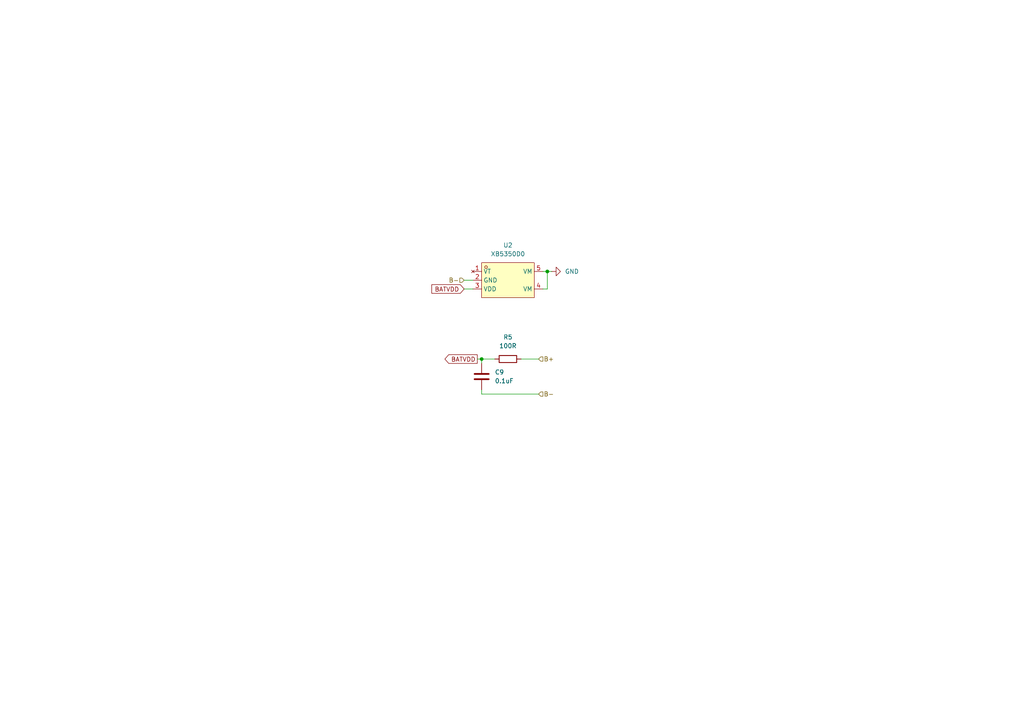
<source format=kicad_sch>
(kicad_sch (version 20231120) (generator "eeschema") (generator_version "8.0")
  (paper "A4")
  (lib_symbols
    (symbol "Device:C" (pin_numbers hide) (pin_names (offset 0.254))
      (property "Reference" "C" (at 0.635 2.54 0))
      (property "Value" "C" (at 0.635 -2.54 0))
      (symbol "C_0_1"
        (polyline (pts (xy -2.032 -0.762) (xy 2.032 -0.762)) (stroke (width 0.508)))
        (polyline (pts (xy -2.032 0.762) (xy 2.032 0.762)) (stroke (width 0.508)))
      )
      (symbol "C_1_1"
        (pin passive line (at 0 3.81 270) (length 2.794) (name "~") (number "1"))
        (pin passive line (at 0 -3.81 90) (length 2.794) (name "~") (number "2"))
      )
    )
    (symbol "Device:R" (pin_numbers hide) (pin_names (offset 0))
      (property "Reference" "R" (at 2.032 0 90))
      (property "Value" "R" (at 0 0 90))
      (symbol "R_0_1"
        (rectangle (start -1.016 -2.54) (end 1.016 2.54) (stroke (width 0.254)))
      )
      (symbol "R_1_1"
        (pin passive line (at 0 3.81 270) (length 1.27) (name "~") (number "1"))
        (pin passive line (at 0 -3.81 90) (length 1.27) (name "~") (number "2"))
      )
    )
    (symbol "lcsc:XB5350D0"
      (property "Reference" "U" (at 0 7.62 0))
      (property "Value" "XB5350D0" (at 0 -7.62 0))
      (symbol "XB5350D0_0_1"
        (rectangle (start -7.62 5.08) (end 7.62 -5.08) (fill (type background)))
        (circle (center -6.35 3.81) (radius 0.38))
      )
      (symbol "XB5350D0_1_1"
        (pin no_connect line (at -10.16 2.54 0) (length 2.54) (name "VT") (number "1"))
        (pin input line (at -10.16 0 0) (length 2.54) (name "GND") (number "2"))
        (pin input line (at -10.16 -2.54 0) (length 2.54) (name "VDD") (number "3"))
        (pin input line (at 10.16 -2.54 180) (length 2.54) (name "VM") (number "4"))
        (pin input line (at 10.16 2.54 180) (length 2.54) (name "VM") (number "5"))
      )
    )
    (symbol "power:GND" (power) (pin_numbers hide) (pin_names (offset 0) hide)
      (property "Value" "GND" (at 0 -3.81 0))
      (symbol "GND_0_1"
        (polyline (pts (xy 0 0) (xy 0 -1.27) (xy 1.27 -1.27) (xy 0 -2.54) (xy -1.27 -1.27) (xy 0 -1.27)))
      )
      (symbol "GND_1_1"
        (pin power_in line (at 0 0 270) (length 0) (name "~") (number "1"))
      )
    )
  )
  (junction (at 139.7 104.14))
  (junction (at 158.75 78.74))
  (wire (pts (xy 139.7 113.03) (xy 139.7 114.3)))
  (wire (pts (xy 158.75 78.74) (xy 157.48 78.74)))
  (wire (pts (xy 138.43 104.14) (xy 139.7 104.14)))
  (wire (pts (xy 151.13 104.14) (xy 156.21 104.14)))
  (wire (pts (xy 160.02 78.74) (xy 158.75 78.74)))
  (wire (pts (xy 143.51 104.14) (xy 139.7 104.14)))
  (wire (pts (xy 158.75 83.82) (xy 158.75 78.74)))
  (wire (pts (xy 134.62 81.28) (xy 137.16 81.28)))
  (wire (pts (xy 139.7 114.3) (xy 156.21 114.3)))
  (wire (pts (xy 134.62 83.82) (xy 137.16 83.82)))
  (wire (pts (xy 139.7 104.14) (xy 139.7 105.41)))
  (wire (pts (xy 157.48 83.82) (xy 158.75 83.82)))
  (global_label "BATVDD" (shape output) (at 138.43 104.14 180) (property "Intersheetrefs" "${INTERSHEET_REFS}" (effects (hide yes))))
  (global_label "BATVDD" (shape input) (at 134.62 83.82 180) (property "Intersheetrefs" "${INTERSHEET_REFS}" (effects (hide yes))))
  (hierarchical_label "B-" (shape input) (at 134.62 81.28 180))
  (hierarchical_label "B-" (shape input) (at 156.21 114.3 0))
  (hierarchical_label "B+" (shape input) (at 156.21 104.14 0))
  (symbol (lib_id "lcsc:XB5350D0") (at 147.32 81.28 0) (unit 1)
    (property "Reference" "U2" (at 147.32 71.12 0))
    (property "Value" "XB5350D0" (at 147.32 73.66 0))
    (property "Footprint" "custom:SOT-23-5_simple" (effects (hide yes)))
    (property "Datasheet" "https://www.lcsc.com/datasheet/lcsc_datasheet_2106062205_XySemi-XB5350D0_C2760002.pdf" (effects (hide yes)))
    (property "JLCPCB_CORRECTION" "0; 0; 180" (effects (hide yes)))
    (property "LCSC Part" "C2760002" (effects (hide yes)))
  )
  (symbol (lib_id "Device:R") (at 147.32 104.14 270) (mirror x) (unit 1)
    (property "Reference" "R5" (at 147.32 97.79 90))
    (property "Value" "100R" (at 147.32 100.33 90))
    (property "Footprint" "Resistor_SMD:R_0805_2012Metric_Pad1.20x1.40mm_HandSolder" (effects (hide yes)))
    (property "Description" "Resistor" (effects (hide yes)))
    (property "LCSC Part" "C17408" (effects (hide yes)))
  )
  (symbol (lib_id "power:GND") (at 160.02 78.74 90) (unit 1)
    (property "Reference" "#PWR03" (effects (hide yes)))
    (property "Value" "GND" (at 163.83 78.7399 90) (effects (justify right)))
    (property "Description" "Power symbol creates a global label with name \"GND\" , ground" (effects (hide yes)))
  )
  (symbol (lib_id "Device:C") (at 139.7 109.22 180) (unit 1)
    (property "Reference" "C9" (at 143.51 107.9499 0) (effects (justify right)))
    (property "Value" "0.1uF" (at 143.51 110.4899 0) (effects (justify right)))
    (property "Footprint" "Capacitor_SMD:C_0402_1005Metric" (effects (hide yes)))
    (property "Description" "Unpolarized capacitor" (effects (hide yes)))
    (property "LCSC Part" "C1525" (effects (hide yes)))
  )
)
</source>
